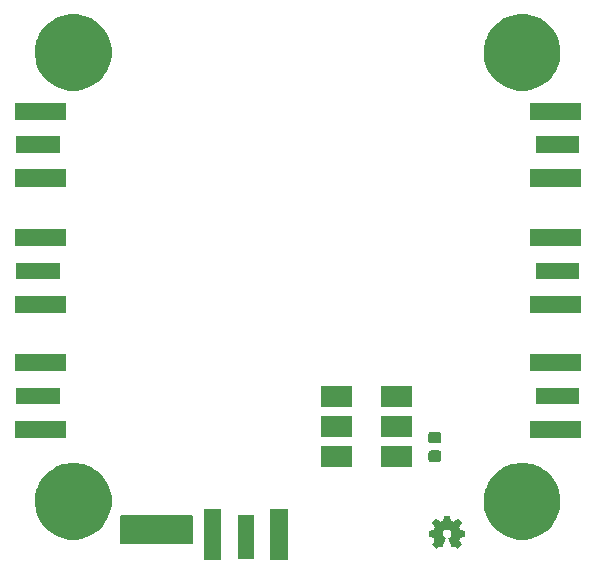
<source format=gts>
G04 #@! TF.GenerationSoftware,KiCad,Pcbnew,(5.0.2)-1*
G04 #@! TF.CreationDate,2019-01-19T10:46:15+11:00*
G04 #@! TF.ProjectId,ADC-15-4_Dev_Rev_1,4144432d-3135-42d3-945f-4465765f5265,1*
G04 #@! TF.SameCoordinates,Original*
G04 #@! TF.FileFunction,Soldermask,Top*
G04 #@! TF.FilePolarity,Negative*
%FSLAX46Y46*%
G04 Gerber Fmt 4.6, Leading zero omitted, Abs format (unit mm)*
G04 Created by KiCad (PCBNEW (5.0.2)-1) date 19/01/2019 10:46:15*
%MOMM*%
%LPD*%
G01*
G04 APERTURE LIST*
%ADD10C,0.010000*%
%ADD11C,0.150000*%
%ADD12C,0.100000*%
G04 APERTURE END LIST*
D10*
G04 #@! TO.C,G\002A\002A\002A*
G36*
X233646025Y-99213358D02*
X233687086Y-99213668D01*
X233723939Y-99214144D01*
X233755448Y-99214763D01*
X233780478Y-99215502D01*
X233797893Y-99216337D01*
X233806557Y-99217244D01*
X233807210Y-99217471D01*
X233809787Y-99223471D01*
X233813922Y-99238787D01*
X233819466Y-99262721D01*
X233826268Y-99294573D01*
X233834179Y-99333644D01*
X233843047Y-99379237D01*
X233850901Y-99420850D01*
X233859151Y-99464601D01*
X233867001Y-99505265D01*
X233874225Y-99541748D01*
X233880599Y-99572957D01*
X233885898Y-99597798D01*
X233889897Y-99615177D01*
X233892372Y-99624000D01*
X233892802Y-99624834D01*
X233899048Y-99628371D01*
X233913151Y-99634916D01*
X233933676Y-99643889D01*
X233959190Y-99654710D01*
X233988258Y-99666800D01*
X234019446Y-99679578D01*
X234051320Y-99692466D01*
X234082447Y-99704882D01*
X234111392Y-99716248D01*
X234136721Y-99725983D01*
X234156999Y-99733508D01*
X234170794Y-99738242D01*
X234176671Y-99739607D01*
X234176678Y-99739605D01*
X234181988Y-99736333D01*
X234194724Y-99727928D01*
X234213948Y-99715025D01*
X234238724Y-99698257D01*
X234268114Y-99678260D01*
X234301180Y-99655669D01*
X234336986Y-99631119D01*
X234345656Y-99625162D01*
X234382085Y-99600277D01*
X234416148Y-99577306D01*
X234446886Y-99556874D01*
X234473339Y-99539606D01*
X234494549Y-99526126D01*
X234509556Y-99517059D01*
X234517401Y-99513028D01*
X234518086Y-99512879D01*
X234523807Y-99516391D01*
X234535602Y-99526292D01*
X234552520Y-99541632D01*
X234573609Y-99561458D01*
X234597919Y-99584820D01*
X234624500Y-99610767D01*
X234652400Y-99638347D01*
X234680669Y-99666609D01*
X234708355Y-99694603D01*
X234734508Y-99721376D01*
X234758178Y-99745978D01*
X234778412Y-99767458D01*
X234794261Y-99784864D01*
X234804774Y-99797246D01*
X234808999Y-99803651D01*
X234809040Y-99803938D01*
X234806243Y-99810058D01*
X234798279Y-99823530D01*
X234785789Y-99843372D01*
X234769410Y-99868598D01*
X234749783Y-99898226D01*
X234727547Y-99931269D01*
X234703341Y-99966745D01*
X234701788Y-99969005D01*
X234677294Y-100004726D01*
X234654499Y-100038139D01*
X234634080Y-100068244D01*
X234616708Y-100094038D01*
X234603060Y-100114521D01*
X234593807Y-100128692D01*
X234589626Y-100135550D01*
X234589568Y-100135670D01*
X234588784Y-100140391D01*
X234589912Y-100148231D01*
X234593299Y-100160143D01*
X234599292Y-100177084D01*
X234608241Y-100200007D01*
X234620491Y-100229867D01*
X234636390Y-100267619D01*
X234644749Y-100287252D01*
X234661018Y-100324852D01*
X234676011Y-100358510D01*
X234689231Y-100387168D01*
X234700175Y-100409772D01*
X234708346Y-100425265D01*
X234713243Y-100432592D01*
X234713710Y-100432948D01*
X234720560Y-100434928D01*
X234736248Y-100438502D01*
X234759616Y-100443434D01*
X234789508Y-100449491D01*
X234824767Y-100456439D01*
X234864236Y-100464044D01*
X234906757Y-100472071D01*
X234911409Y-100472940D01*
X234960146Y-100482180D01*
X235003053Y-100490621D01*
X235039390Y-100498102D01*
X235068418Y-100504463D01*
X235089397Y-100509544D01*
X235101585Y-100513184D01*
X235104451Y-100514714D01*
X235105372Y-100521096D01*
X235106225Y-100536503D01*
X235106989Y-100559798D01*
X235107638Y-100589847D01*
X235108151Y-100625514D01*
X235108503Y-100665663D01*
X235108671Y-100709159D01*
X235108682Y-100720027D01*
X235108649Y-100771548D01*
X235108486Y-100813801D01*
X235108162Y-100847680D01*
X235107647Y-100874077D01*
X235106908Y-100893884D01*
X235105916Y-100907996D01*
X235104639Y-100917303D01*
X235103046Y-100922699D01*
X235101595Y-100924741D01*
X235095095Y-100926999D01*
X235079763Y-100930799D01*
X235056765Y-100935898D01*
X235027271Y-100942050D01*
X234992450Y-100949013D01*
X234953470Y-100956543D01*
X234912365Y-100964236D01*
X234866210Y-100972897D01*
X234824798Y-100980981D01*
X234789062Y-100988286D01*
X234759937Y-100994611D01*
X234738354Y-100999758D01*
X234725249Y-101003525D01*
X234721726Y-101005133D01*
X234717704Y-101011585D01*
X234710714Y-101025987D01*
X234701314Y-101046948D01*
X234690063Y-101073082D01*
X234677519Y-101103000D01*
X234664240Y-101135313D01*
X234650785Y-101168634D01*
X234637712Y-101201575D01*
X234625580Y-101232747D01*
X234614946Y-101260763D01*
X234606369Y-101284233D01*
X234600408Y-101301771D01*
X234597620Y-101311987D01*
X234597556Y-101313842D01*
X234600901Y-101319358D01*
X234609348Y-101332262D01*
X234622236Y-101351573D01*
X234638906Y-101376312D01*
X234658697Y-101405498D01*
X234680948Y-101438151D01*
X234704512Y-101472582D01*
X234728487Y-101507797D01*
X234750526Y-101540662D01*
X234769982Y-101570174D01*
X234786209Y-101595331D01*
X234798558Y-101615130D01*
X234806383Y-101628568D01*
X234809040Y-101634588D01*
X234805537Y-101640258D01*
X234795662Y-101652017D01*
X234780363Y-101668914D01*
X234760590Y-101689997D01*
X234737290Y-101714314D01*
X234711414Y-101740912D01*
X234683908Y-101768838D01*
X234655723Y-101797142D01*
X234627807Y-101824870D01*
X234601109Y-101851071D01*
X234576578Y-101874792D01*
X234555162Y-101895081D01*
X234537810Y-101910985D01*
X234525471Y-101921554D01*
X234519094Y-101925834D01*
X234518792Y-101925880D01*
X234512917Y-101923089D01*
X234499690Y-101915148D01*
X234480102Y-101902705D01*
X234455147Y-101886406D01*
X234425814Y-101866900D01*
X234393098Y-101844834D01*
X234359274Y-101821740D01*
X234324192Y-101797807D01*
X234291493Y-101775813D01*
X234262179Y-101756405D01*
X234237247Y-101740232D01*
X234217696Y-101727942D01*
X234204527Y-101720183D01*
X234198812Y-101717600D01*
X234191386Y-101719920D01*
X234176894Y-101726305D01*
X234157157Y-101735890D01*
X234133991Y-101747810D01*
X234123350Y-101753481D01*
X234097800Y-101766747D01*
X234075514Y-101777375D01*
X234058172Y-101784622D01*
X234047456Y-101787744D01*
X234045823Y-101787771D01*
X234043235Y-101786377D01*
X234039874Y-101782452D01*
X234035467Y-101775381D01*
X234029738Y-101764547D01*
X234022414Y-101749334D01*
X234013220Y-101729125D01*
X234001884Y-101703305D01*
X233988129Y-101671257D01*
X233971684Y-101632365D01*
X233952272Y-101586012D01*
X233929620Y-101531582D01*
X233903454Y-101468459D01*
X233898860Y-101457359D01*
X233876257Y-101402528D01*
X233854911Y-101350342D01*
X233835128Y-101301575D01*
X233817213Y-101256998D01*
X233801473Y-101217386D01*
X233788212Y-101183510D01*
X233777736Y-101156143D01*
X233770352Y-101136060D01*
X233766364Y-101124031D01*
X233765760Y-101120809D01*
X233770949Y-101114897D01*
X233782723Y-101104827D01*
X233799234Y-101092102D01*
X233815173Y-101080629D01*
X233857327Y-101049570D01*
X233891753Y-101020231D01*
X233920203Y-100990682D01*
X233944432Y-100958997D01*
X233966194Y-100923247D01*
X233976863Y-100902918D01*
X234000756Y-100844488D01*
X234015076Y-100784158D01*
X234019979Y-100722953D01*
X234015623Y-100661898D01*
X234002163Y-100602019D01*
X233979756Y-100544342D01*
X233948559Y-100489891D01*
X233908727Y-100439692D01*
X233905664Y-100436411D01*
X233858017Y-100392833D01*
X233804808Y-100357422D01*
X233745354Y-100329755D01*
X233716660Y-100319807D01*
X233699933Y-100314974D01*
X233684165Y-100311632D01*
X233666854Y-100309519D01*
X233645497Y-100308373D01*
X233617593Y-100307935D01*
X233602540Y-100307900D01*
X233570915Y-100308110D01*
X233546936Y-100308916D01*
X233528093Y-100310578D01*
X233511877Y-100313357D01*
X233495778Y-100317516D01*
X233488240Y-100319802D01*
X233426246Y-100344205D01*
X233369961Y-100376690D01*
X233319969Y-100416763D01*
X233276854Y-100463933D01*
X233241201Y-100517707D01*
X233231329Y-100536500D01*
X233210756Y-100583357D01*
X233197234Y-100627726D01*
X233189860Y-100673443D01*
X233187727Y-100721920D01*
X233192586Y-100786989D01*
X233206992Y-100849065D01*
X233230688Y-100907510D01*
X233263416Y-100961687D01*
X233303955Y-101009975D01*
X233322140Y-101026971D01*
X233345762Y-101046791D01*
X233371748Y-101067052D01*
X233397023Y-101085368D01*
X233418514Y-101099354D01*
X233421139Y-101100883D01*
X233432832Y-101109785D01*
X233439872Y-101119264D01*
X233440325Y-101120648D01*
X233438872Y-101127322D01*
X233433641Y-101142833D01*
X233424832Y-101166671D01*
X233412647Y-101198326D01*
X233397287Y-101237287D01*
X233378953Y-101283043D01*
X233357846Y-101335085D01*
X233334166Y-101392901D01*
X233310728Y-101449679D01*
X233288300Y-101503781D01*
X233266914Y-101555286D01*
X233246903Y-101603399D01*
X233228599Y-101647325D01*
X233212334Y-101686268D01*
X233198442Y-101719433D01*
X233187253Y-101746026D01*
X233179102Y-101765249D01*
X233174319Y-101776309D01*
X233173253Y-101778609D01*
X233165020Y-101786716D01*
X233158211Y-101788720D01*
X233150498Y-101786394D01*
X233135745Y-101779995D01*
X233115790Y-101770387D01*
X233092470Y-101758437D01*
X233081642Y-101752672D01*
X233051834Y-101737192D01*
X233028316Y-101726189D01*
X233011875Y-101720007D01*
X233003822Y-101718837D01*
X232996680Y-101722269D01*
X232982538Y-101730700D01*
X232962709Y-101743286D01*
X232938506Y-101759184D01*
X232911241Y-101777551D01*
X232893880Y-101789461D01*
X232846962Y-101821822D01*
X232807682Y-101848815D01*
X232775352Y-101870892D01*
X232749281Y-101888506D01*
X232728781Y-101902109D01*
X232713163Y-101912155D01*
X232701739Y-101919097D01*
X232693819Y-101923388D01*
X232688714Y-101925480D01*
X232686387Y-101925880D01*
X232681121Y-101922399D01*
X232669535Y-101912478D01*
X232652460Y-101896897D01*
X232630721Y-101876437D01*
X232605148Y-101851880D01*
X232576568Y-101824006D01*
X232545809Y-101793597D01*
X232539731Y-101787541D01*
X232508736Y-101756470D01*
X232480010Y-101727382D01*
X232454357Y-101701112D01*
X232432577Y-101678494D01*
X232415473Y-101660363D01*
X232403847Y-101647552D01*
X232398501Y-101640896D01*
X232398266Y-101640413D01*
X232397367Y-101637436D01*
X232397052Y-101634393D01*
X232397835Y-101630460D01*
X232400226Y-101624812D01*
X232404737Y-101616624D01*
X232411879Y-101605072D01*
X232422165Y-101589330D01*
X232436105Y-101568575D01*
X232454212Y-101541980D01*
X232476996Y-101508721D01*
X232504969Y-101467973D01*
X232507515Y-101464266D01*
X232531161Y-101429625D01*
X232552865Y-101397438D01*
X232571973Y-101368706D01*
X232587831Y-101344428D01*
X232599785Y-101325605D01*
X232607181Y-101313237D01*
X232609400Y-101308469D01*
X232607571Y-101302070D01*
X232602390Y-101287455D01*
X232594314Y-101265826D01*
X232583802Y-101238385D01*
X232571312Y-101206333D01*
X232557300Y-101170874D01*
X232550294Y-101153307D01*
X232532557Y-101109314D01*
X232518005Y-101074051D01*
X232506276Y-101046727D01*
X232497006Y-101026551D01*
X232489833Y-101012734D01*
X232484394Y-101004485D01*
X232480444Y-101001059D01*
X232473085Y-100999121D01*
X232456936Y-100995609D01*
X232433202Y-100990762D01*
X232403091Y-100984819D01*
X232367809Y-100978018D01*
X232328562Y-100970597D01*
X232289921Y-100963414D01*
X232248281Y-100955616D01*
X232209669Y-100948154D01*
X232175261Y-100941273D01*
X232146230Y-100935217D01*
X232123751Y-100930232D01*
X232108998Y-100926560D01*
X232103231Y-100924531D01*
X232101433Y-100921360D01*
X232099961Y-100914541D01*
X232098785Y-100903211D01*
X232097877Y-100886509D01*
X232097207Y-100863571D01*
X232096746Y-100833536D01*
X232096465Y-100795541D01*
X232096336Y-100748724D01*
X232096320Y-100718875D01*
X232096320Y-100518954D01*
X232107750Y-100511902D01*
X232115237Y-100509400D01*
X232131536Y-100505372D01*
X232155455Y-100500066D01*
X232185802Y-100493732D01*
X232221384Y-100486617D01*
X232261009Y-100478971D01*
X232303486Y-100471042D01*
X232304600Y-100470838D01*
X232346876Y-100462950D01*
X232386108Y-100455374D01*
X232421145Y-100448352D01*
X232450836Y-100442126D01*
X232474030Y-100436937D01*
X232489576Y-100433026D01*
X232496323Y-100430637D01*
X232496405Y-100430566D01*
X232500090Y-100424301D01*
X232507022Y-100410106D01*
X232516577Y-100389428D01*
X232528134Y-100363713D01*
X232541070Y-100334406D01*
X232554763Y-100302954D01*
X232568591Y-100270802D01*
X232581931Y-100239397D01*
X232594161Y-100210185D01*
X232604659Y-100184611D01*
X232612803Y-100164123D01*
X232617969Y-100150165D01*
X232619560Y-100144394D01*
X232616767Y-100138575D01*
X232608811Y-100125372D01*
X232596319Y-100105749D01*
X232579924Y-100080667D01*
X232560254Y-100051089D01*
X232537939Y-100017976D01*
X232513611Y-99982293D01*
X232509742Y-99976655D01*
X232485048Y-99940538D01*
X232462155Y-99906750D01*
X232441713Y-99876274D01*
X232424371Y-99850088D01*
X232410778Y-99829175D01*
X232401583Y-99814516D01*
X232397434Y-99807090D01*
X232397293Y-99806684D01*
X232398054Y-99802579D01*
X232402214Y-99795668D01*
X232410317Y-99785355D01*
X232422905Y-99771048D01*
X232440521Y-99752154D01*
X232463708Y-99728078D01*
X232493008Y-99698226D01*
X232528964Y-99662005D01*
X232536199Y-99654749D01*
X232572218Y-99618889D01*
X232604356Y-99587378D01*
X232632068Y-99560731D01*
X232654806Y-99539461D01*
X232672023Y-99524081D01*
X232683174Y-99515105D01*
X232687325Y-99512880D01*
X232693560Y-99515672D01*
X232707156Y-99523627D01*
X232727133Y-99536110D01*
X232752508Y-99552487D01*
X232782300Y-99572122D01*
X232815526Y-99594382D01*
X232851205Y-99618631D01*
X232855086Y-99621289D01*
X232891100Y-99645928D01*
X232924822Y-99668914D01*
X232955253Y-99689573D01*
X232981395Y-99707230D01*
X233002248Y-99721211D01*
X233016815Y-99730841D01*
X233024096Y-99735446D01*
X233024352Y-99735587D01*
X233028805Y-99736941D01*
X233035339Y-99736744D01*
X233045059Y-99734631D01*
X233059068Y-99730234D01*
X233078471Y-99723187D01*
X233104373Y-99713124D01*
X233137877Y-99699677D01*
X233161512Y-99690068D01*
X233203366Y-99672981D01*
X233236788Y-99659243D01*
X233262760Y-99648382D01*
X233282264Y-99639926D01*
X233296281Y-99633403D01*
X233305795Y-99628340D01*
X233311786Y-99624266D01*
X233315236Y-99620708D01*
X233317128Y-99617193D01*
X233317945Y-99614840D01*
X233319560Y-99607736D01*
X233322793Y-99591805D01*
X233327420Y-99568215D01*
X233333216Y-99538129D01*
X233339958Y-99502714D01*
X233347420Y-99463135D01*
X233355378Y-99420558D01*
X233356195Y-99416168D01*
X233364252Y-99373481D01*
X233371968Y-99333799D01*
X233379104Y-99298266D01*
X233385420Y-99268028D01*
X233390676Y-99244228D01*
X233394633Y-99228012D01*
X233397050Y-99220524D01*
X233397212Y-99220283D01*
X233400242Y-99218437D01*
X233406563Y-99216928D01*
X233417063Y-99215727D01*
X233432633Y-99214801D01*
X233454159Y-99214121D01*
X233482532Y-99213657D01*
X233518639Y-99213376D01*
X233563370Y-99213250D01*
X233601892Y-99213237D01*
X233646025Y-99213358D01*
X233646025Y-99213358D01*
G37*
X233646025Y-99213358D02*
X233687086Y-99213668D01*
X233723939Y-99214144D01*
X233755448Y-99214763D01*
X233780478Y-99215502D01*
X233797893Y-99216337D01*
X233806557Y-99217244D01*
X233807210Y-99217471D01*
X233809787Y-99223471D01*
X233813922Y-99238787D01*
X233819466Y-99262721D01*
X233826268Y-99294573D01*
X233834179Y-99333644D01*
X233843047Y-99379237D01*
X233850901Y-99420850D01*
X233859151Y-99464601D01*
X233867001Y-99505265D01*
X233874225Y-99541748D01*
X233880599Y-99572957D01*
X233885898Y-99597798D01*
X233889897Y-99615177D01*
X233892372Y-99624000D01*
X233892802Y-99624834D01*
X233899048Y-99628371D01*
X233913151Y-99634916D01*
X233933676Y-99643889D01*
X233959190Y-99654710D01*
X233988258Y-99666800D01*
X234019446Y-99679578D01*
X234051320Y-99692466D01*
X234082447Y-99704882D01*
X234111392Y-99716248D01*
X234136721Y-99725983D01*
X234156999Y-99733508D01*
X234170794Y-99738242D01*
X234176671Y-99739607D01*
X234176678Y-99739605D01*
X234181988Y-99736333D01*
X234194724Y-99727928D01*
X234213948Y-99715025D01*
X234238724Y-99698257D01*
X234268114Y-99678260D01*
X234301180Y-99655669D01*
X234336986Y-99631119D01*
X234345656Y-99625162D01*
X234382085Y-99600277D01*
X234416148Y-99577306D01*
X234446886Y-99556874D01*
X234473339Y-99539606D01*
X234494549Y-99526126D01*
X234509556Y-99517059D01*
X234517401Y-99513028D01*
X234518086Y-99512879D01*
X234523807Y-99516391D01*
X234535602Y-99526292D01*
X234552520Y-99541632D01*
X234573609Y-99561458D01*
X234597919Y-99584820D01*
X234624500Y-99610767D01*
X234652400Y-99638347D01*
X234680669Y-99666609D01*
X234708355Y-99694603D01*
X234734508Y-99721376D01*
X234758178Y-99745978D01*
X234778412Y-99767458D01*
X234794261Y-99784864D01*
X234804774Y-99797246D01*
X234808999Y-99803651D01*
X234809040Y-99803938D01*
X234806243Y-99810058D01*
X234798279Y-99823530D01*
X234785789Y-99843372D01*
X234769410Y-99868598D01*
X234749783Y-99898226D01*
X234727547Y-99931269D01*
X234703341Y-99966745D01*
X234701788Y-99969005D01*
X234677294Y-100004726D01*
X234654499Y-100038139D01*
X234634080Y-100068244D01*
X234616708Y-100094038D01*
X234603060Y-100114521D01*
X234593807Y-100128692D01*
X234589626Y-100135550D01*
X234589568Y-100135670D01*
X234588784Y-100140391D01*
X234589912Y-100148231D01*
X234593299Y-100160143D01*
X234599292Y-100177084D01*
X234608241Y-100200007D01*
X234620491Y-100229867D01*
X234636390Y-100267619D01*
X234644749Y-100287252D01*
X234661018Y-100324852D01*
X234676011Y-100358510D01*
X234689231Y-100387168D01*
X234700175Y-100409772D01*
X234708346Y-100425265D01*
X234713243Y-100432592D01*
X234713710Y-100432948D01*
X234720560Y-100434928D01*
X234736248Y-100438502D01*
X234759616Y-100443434D01*
X234789508Y-100449491D01*
X234824767Y-100456439D01*
X234864236Y-100464044D01*
X234906757Y-100472071D01*
X234911409Y-100472940D01*
X234960146Y-100482180D01*
X235003053Y-100490621D01*
X235039390Y-100498102D01*
X235068418Y-100504463D01*
X235089397Y-100509544D01*
X235101585Y-100513184D01*
X235104451Y-100514714D01*
X235105372Y-100521096D01*
X235106225Y-100536503D01*
X235106989Y-100559798D01*
X235107638Y-100589847D01*
X235108151Y-100625514D01*
X235108503Y-100665663D01*
X235108671Y-100709159D01*
X235108682Y-100720027D01*
X235108649Y-100771548D01*
X235108486Y-100813801D01*
X235108162Y-100847680D01*
X235107647Y-100874077D01*
X235106908Y-100893884D01*
X235105916Y-100907996D01*
X235104639Y-100917303D01*
X235103046Y-100922699D01*
X235101595Y-100924741D01*
X235095095Y-100926999D01*
X235079763Y-100930799D01*
X235056765Y-100935898D01*
X235027271Y-100942050D01*
X234992450Y-100949013D01*
X234953470Y-100956543D01*
X234912365Y-100964236D01*
X234866210Y-100972897D01*
X234824798Y-100980981D01*
X234789062Y-100988286D01*
X234759937Y-100994611D01*
X234738354Y-100999758D01*
X234725249Y-101003525D01*
X234721726Y-101005133D01*
X234717704Y-101011585D01*
X234710714Y-101025987D01*
X234701314Y-101046948D01*
X234690063Y-101073082D01*
X234677519Y-101103000D01*
X234664240Y-101135313D01*
X234650785Y-101168634D01*
X234637712Y-101201575D01*
X234625580Y-101232747D01*
X234614946Y-101260763D01*
X234606369Y-101284233D01*
X234600408Y-101301771D01*
X234597620Y-101311987D01*
X234597556Y-101313842D01*
X234600901Y-101319358D01*
X234609348Y-101332262D01*
X234622236Y-101351573D01*
X234638906Y-101376312D01*
X234658697Y-101405498D01*
X234680948Y-101438151D01*
X234704512Y-101472582D01*
X234728487Y-101507797D01*
X234750526Y-101540662D01*
X234769982Y-101570174D01*
X234786209Y-101595331D01*
X234798558Y-101615130D01*
X234806383Y-101628568D01*
X234809040Y-101634588D01*
X234805537Y-101640258D01*
X234795662Y-101652017D01*
X234780363Y-101668914D01*
X234760590Y-101689997D01*
X234737290Y-101714314D01*
X234711414Y-101740912D01*
X234683908Y-101768838D01*
X234655723Y-101797142D01*
X234627807Y-101824870D01*
X234601109Y-101851071D01*
X234576578Y-101874792D01*
X234555162Y-101895081D01*
X234537810Y-101910985D01*
X234525471Y-101921554D01*
X234519094Y-101925834D01*
X234518792Y-101925880D01*
X234512917Y-101923089D01*
X234499690Y-101915148D01*
X234480102Y-101902705D01*
X234455147Y-101886406D01*
X234425814Y-101866900D01*
X234393098Y-101844834D01*
X234359274Y-101821740D01*
X234324192Y-101797807D01*
X234291493Y-101775813D01*
X234262179Y-101756405D01*
X234237247Y-101740232D01*
X234217696Y-101727942D01*
X234204527Y-101720183D01*
X234198812Y-101717600D01*
X234191386Y-101719920D01*
X234176894Y-101726305D01*
X234157157Y-101735890D01*
X234133991Y-101747810D01*
X234123350Y-101753481D01*
X234097800Y-101766747D01*
X234075514Y-101777375D01*
X234058172Y-101784622D01*
X234047456Y-101787744D01*
X234045823Y-101787771D01*
X234043235Y-101786377D01*
X234039874Y-101782452D01*
X234035467Y-101775381D01*
X234029738Y-101764547D01*
X234022414Y-101749334D01*
X234013220Y-101729125D01*
X234001884Y-101703305D01*
X233988129Y-101671257D01*
X233971684Y-101632365D01*
X233952272Y-101586012D01*
X233929620Y-101531582D01*
X233903454Y-101468459D01*
X233898860Y-101457359D01*
X233876257Y-101402528D01*
X233854911Y-101350342D01*
X233835128Y-101301575D01*
X233817213Y-101256998D01*
X233801473Y-101217386D01*
X233788212Y-101183510D01*
X233777736Y-101156143D01*
X233770352Y-101136060D01*
X233766364Y-101124031D01*
X233765760Y-101120809D01*
X233770949Y-101114897D01*
X233782723Y-101104827D01*
X233799234Y-101092102D01*
X233815173Y-101080629D01*
X233857327Y-101049570D01*
X233891753Y-101020231D01*
X233920203Y-100990682D01*
X233944432Y-100958997D01*
X233966194Y-100923247D01*
X233976863Y-100902918D01*
X234000756Y-100844488D01*
X234015076Y-100784158D01*
X234019979Y-100722953D01*
X234015623Y-100661898D01*
X234002163Y-100602019D01*
X233979756Y-100544342D01*
X233948559Y-100489891D01*
X233908727Y-100439692D01*
X233905664Y-100436411D01*
X233858017Y-100392833D01*
X233804808Y-100357422D01*
X233745354Y-100329755D01*
X233716660Y-100319807D01*
X233699933Y-100314974D01*
X233684165Y-100311632D01*
X233666854Y-100309519D01*
X233645497Y-100308373D01*
X233617593Y-100307935D01*
X233602540Y-100307900D01*
X233570915Y-100308110D01*
X233546936Y-100308916D01*
X233528093Y-100310578D01*
X233511877Y-100313357D01*
X233495778Y-100317516D01*
X233488240Y-100319802D01*
X233426246Y-100344205D01*
X233369961Y-100376690D01*
X233319969Y-100416763D01*
X233276854Y-100463933D01*
X233241201Y-100517707D01*
X233231329Y-100536500D01*
X233210756Y-100583357D01*
X233197234Y-100627726D01*
X233189860Y-100673443D01*
X233187727Y-100721920D01*
X233192586Y-100786989D01*
X233206992Y-100849065D01*
X233230688Y-100907510D01*
X233263416Y-100961687D01*
X233303955Y-101009975D01*
X233322140Y-101026971D01*
X233345762Y-101046791D01*
X233371748Y-101067052D01*
X233397023Y-101085368D01*
X233418514Y-101099354D01*
X233421139Y-101100883D01*
X233432832Y-101109785D01*
X233439872Y-101119264D01*
X233440325Y-101120648D01*
X233438872Y-101127322D01*
X233433641Y-101142833D01*
X233424832Y-101166671D01*
X233412647Y-101198326D01*
X233397287Y-101237287D01*
X233378953Y-101283043D01*
X233357846Y-101335085D01*
X233334166Y-101392901D01*
X233310728Y-101449679D01*
X233288300Y-101503781D01*
X233266914Y-101555286D01*
X233246903Y-101603399D01*
X233228599Y-101647325D01*
X233212334Y-101686268D01*
X233198442Y-101719433D01*
X233187253Y-101746026D01*
X233179102Y-101765249D01*
X233174319Y-101776309D01*
X233173253Y-101778609D01*
X233165020Y-101786716D01*
X233158211Y-101788720D01*
X233150498Y-101786394D01*
X233135745Y-101779995D01*
X233115790Y-101770387D01*
X233092470Y-101758437D01*
X233081642Y-101752672D01*
X233051834Y-101737192D01*
X233028316Y-101726189D01*
X233011875Y-101720007D01*
X233003822Y-101718837D01*
X232996680Y-101722269D01*
X232982538Y-101730700D01*
X232962709Y-101743286D01*
X232938506Y-101759184D01*
X232911241Y-101777551D01*
X232893880Y-101789461D01*
X232846962Y-101821822D01*
X232807682Y-101848815D01*
X232775352Y-101870892D01*
X232749281Y-101888506D01*
X232728781Y-101902109D01*
X232713163Y-101912155D01*
X232701739Y-101919097D01*
X232693819Y-101923388D01*
X232688714Y-101925480D01*
X232686387Y-101925880D01*
X232681121Y-101922399D01*
X232669535Y-101912478D01*
X232652460Y-101896897D01*
X232630721Y-101876437D01*
X232605148Y-101851880D01*
X232576568Y-101824006D01*
X232545809Y-101793597D01*
X232539731Y-101787541D01*
X232508736Y-101756470D01*
X232480010Y-101727382D01*
X232454357Y-101701112D01*
X232432577Y-101678494D01*
X232415473Y-101660363D01*
X232403847Y-101647552D01*
X232398501Y-101640896D01*
X232398266Y-101640413D01*
X232397367Y-101637436D01*
X232397052Y-101634393D01*
X232397835Y-101630460D01*
X232400226Y-101624812D01*
X232404737Y-101616624D01*
X232411879Y-101605072D01*
X232422165Y-101589330D01*
X232436105Y-101568575D01*
X232454212Y-101541980D01*
X232476996Y-101508721D01*
X232504969Y-101467973D01*
X232507515Y-101464266D01*
X232531161Y-101429625D01*
X232552865Y-101397438D01*
X232571973Y-101368706D01*
X232587831Y-101344428D01*
X232599785Y-101325605D01*
X232607181Y-101313237D01*
X232609400Y-101308469D01*
X232607571Y-101302070D01*
X232602390Y-101287455D01*
X232594314Y-101265826D01*
X232583802Y-101238385D01*
X232571312Y-101206333D01*
X232557300Y-101170874D01*
X232550294Y-101153307D01*
X232532557Y-101109314D01*
X232518005Y-101074051D01*
X232506276Y-101046727D01*
X232497006Y-101026551D01*
X232489833Y-101012734D01*
X232484394Y-101004485D01*
X232480444Y-101001059D01*
X232473085Y-100999121D01*
X232456936Y-100995609D01*
X232433202Y-100990762D01*
X232403091Y-100984819D01*
X232367809Y-100978018D01*
X232328562Y-100970597D01*
X232289921Y-100963414D01*
X232248281Y-100955616D01*
X232209669Y-100948154D01*
X232175261Y-100941273D01*
X232146230Y-100935217D01*
X232123751Y-100930232D01*
X232108998Y-100926560D01*
X232103231Y-100924531D01*
X232101433Y-100921360D01*
X232099961Y-100914541D01*
X232098785Y-100903211D01*
X232097877Y-100886509D01*
X232097207Y-100863571D01*
X232096746Y-100833536D01*
X232096465Y-100795541D01*
X232096336Y-100748724D01*
X232096320Y-100718875D01*
X232096320Y-100518954D01*
X232107750Y-100511902D01*
X232115237Y-100509400D01*
X232131536Y-100505372D01*
X232155455Y-100500066D01*
X232185802Y-100493732D01*
X232221384Y-100486617D01*
X232261009Y-100478971D01*
X232303486Y-100471042D01*
X232304600Y-100470838D01*
X232346876Y-100462950D01*
X232386108Y-100455374D01*
X232421145Y-100448352D01*
X232450836Y-100442126D01*
X232474030Y-100436937D01*
X232489576Y-100433026D01*
X232496323Y-100430637D01*
X232496405Y-100430566D01*
X232500090Y-100424301D01*
X232507022Y-100410106D01*
X232516577Y-100389428D01*
X232528134Y-100363713D01*
X232541070Y-100334406D01*
X232554763Y-100302954D01*
X232568591Y-100270802D01*
X232581931Y-100239397D01*
X232594161Y-100210185D01*
X232604659Y-100184611D01*
X232612803Y-100164123D01*
X232617969Y-100150165D01*
X232619560Y-100144394D01*
X232616767Y-100138575D01*
X232608811Y-100125372D01*
X232596319Y-100105749D01*
X232579924Y-100080667D01*
X232560254Y-100051089D01*
X232537939Y-100017976D01*
X232513611Y-99982293D01*
X232509742Y-99976655D01*
X232485048Y-99940538D01*
X232462155Y-99906750D01*
X232441713Y-99876274D01*
X232424371Y-99850088D01*
X232410778Y-99829175D01*
X232401583Y-99814516D01*
X232397434Y-99807090D01*
X232397293Y-99806684D01*
X232398054Y-99802579D01*
X232402214Y-99795668D01*
X232410317Y-99785355D01*
X232422905Y-99771048D01*
X232440521Y-99752154D01*
X232463708Y-99728078D01*
X232493008Y-99698226D01*
X232528964Y-99662005D01*
X232536199Y-99654749D01*
X232572218Y-99618889D01*
X232604356Y-99587378D01*
X232632068Y-99560731D01*
X232654806Y-99539461D01*
X232672023Y-99524081D01*
X232683174Y-99515105D01*
X232687325Y-99512880D01*
X232693560Y-99515672D01*
X232707156Y-99523627D01*
X232727133Y-99536110D01*
X232752508Y-99552487D01*
X232782300Y-99572122D01*
X232815526Y-99594382D01*
X232851205Y-99618631D01*
X232855086Y-99621289D01*
X232891100Y-99645928D01*
X232924822Y-99668914D01*
X232955253Y-99689573D01*
X232981395Y-99707230D01*
X233002248Y-99721211D01*
X233016815Y-99730841D01*
X233024096Y-99735446D01*
X233024352Y-99735587D01*
X233028805Y-99736941D01*
X233035339Y-99736744D01*
X233045059Y-99734631D01*
X233059068Y-99730234D01*
X233078471Y-99723187D01*
X233104373Y-99713124D01*
X233137877Y-99699677D01*
X233161512Y-99690068D01*
X233203366Y-99672981D01*
X233236788Y-99659243D01*
X233262760Y-99648382D01*
X233282264Y-99639926D01*
X233296281Y-99633403D01*
X233305795Y-99628340D01*
X233311786Y-99624266D01*
X233315236Y-99620708D01*
X233317128Y-99617193D01*
X233317945Y-99614840D01*
X233319560Y-99607736D01*
X233322793Y-99591805D01*
X233327420Y-99568215D01*
X233333216Y-99538129D01*
X233339958Y-99502714D01*
X233347420Y-99463135D01*
X233355378Y-99420558D01*
X233356195Y-99416168D01*
X233364252Y-99373481D01*
X233371968Y-99333799D01*
X233379104Y-99298266D01*
X233385420Y-99268028D01*
X233390676Y-99244228D01*
X233394633Y-99228012D01*
X233397050Y-99220524D01*
X233397212Y-99220283D01*
X233400242Y-99218437D01*
X233406563Y-99216928D01*
X233417063Y-99215727D01*
X233432633Y-99214801D01*
X233454159Y-99214121D01*
X233482532Y-99213657D01*
X233518639Y-99213376D01*
X233563370Y-99213250D01*
X233601892Y-99213237D01*
X233646025Y-99213358D01*
D11*
G04 #@! TO.C,REF\002A\002A*
G36*
X206050000Y-99250000D02*
X212050000Y-99250000D01*
X212050000Y-101500000D01*
X206050000Y-101500000D01*
X206050000Y-99250000D01*
G37*
X206050000Y-99250000D02*
X212050000Y-99250000D01*
X212050000Y-101500000D01*
X206050000Y-101500000D01*
X206050000Y-99250000D01*
D12*
G36*
X220151000Y-102951000D02*
X218699000Y-102951000D01*
X218699000Y-98649000D01*
X220151000Y-98649000D01*
X220151000Y-102951000D01*
X220151000Y-102951000D01*
G37*
G36*
X214501000Y-102951000D02*
X213049000Y-102951000D01*
X213049000Y-98649000D01*
X214501000Y-98649000D01*
X214501000Y-102951000D01*
X214501000Y-102951000D01*
G37*
G36*
X217286000Y-102851000D02*
X215914000Y-102851000D01*
X215914000Y-99149000D01*
X217286000Y-99149000D01*
X217286000Y-102851000D01*
X217286000Y-102851000D01*
G37*
G36*
X202634239Y-94811467D02*
X202948282Y-94873934D01*
X203539926Y-95119001D01*
X203829523Y-95312504D01*
X204072395Y-95474786D01*
X204525214Y-95927605D01*
X204525216Y-95927608D01*
X204880999Y-96460074D01*
X205002724Y-96753944D01*
X205126066Y-97051719D01*
X205251000Y-97679803D01*
X205251000Y-98320197D01*
X205188533Y-98634239D01*
X205126066Y-98948282D01*
X204880999Y-99539926D01*
X204633265Y-99910685D01*
X204525214Y-100072395D01*
X204072395Y-100525214D01*
X204072392Y-100525216D01*
X203539926Y-100880999D01*
X202948282Y-101126066D01*
X202634239Y-101188533D01*
X202320197Y-101251000D01*
X201679803Y-101251000D01*
X201365761Y-101188533D01*
X201051718Y-101126066D01*
X200460074Y-100880999D01*
X199927608Y-100525216D01*
X199927605Y-100525214D01*
X199474786Y-100072395D01*
X199366735Y-99910685D01*
X199119001Y-99539926D01*
X198873934Y-98948282D01*
X198811467Y-98634239D01*
X198749000Y-98320197D01*
X198749000Y-97679803D01*
X198873934Y-97051719D01*
X198997276Y-96753944D01*
X199119001Y-96460074D01*
X199474784Y-95927608D01*
X199474786Y-95927605D01*
X199927605Y-95474786D01*
X200170477Y-95312504D01*
X200460074Y-95119001D01*
X201051718Y-94873934D01*
X201365761Y-94811467D01*
X201679803Y-94749000D01*
X202320197Y-94749000D01*
X202634239Y-94811467D01*
X202634239Y-94811467D01*
G37*
G36*
X240634239Y-94811467D02*
X240948282Y-94873934D01*
X241539926Y-95119001D01*
X241829523Y-95312504D01*
X242072395Y-95474786D01*
X242525214Y-95927605D01*
X242525216Y-95927608D01*
X242880999Y-96460074D01*
X243002724Y-96753944D01*
X243126066Y-97051719D01*
X243251000Y-97679803D01*
X243251000Y-98320197D01*
X243188533Y-98634239D01*
X243126066Y-98948282D01*
X242880999Y-99539926D01*
X242633265Y-99910685D01*
X242525214Y-100072395D01*
X242072395Y-100525214D01*
X242072392Y-100525216D01*
X241539926Y-100880999D01*
X240948282Y-101126066D01*
X240634239Y-101188533D01*
X240320197Y-101251000D01*
X239679803Y-101251000D01*
X239365761Y-101188533D01*
X239051718Y-101126066D01*
X238460074Y-100880999D01*
X237927608Y-100525216D01*
X237927605Y-100525214D01*
X237474786Y-100072395D01*
X237366735Y-99910685D01*
X237119001Y-99539926D01*
X236873934Y-98948282D01*
X236811467Y-98634239D01*
X236749000Y-98320197D01*
X236749000Y-97679803D01*
X236873934Y-97051719D01*
X236997276Y-96753944D01*
X237119001Y-96460074D01*
X237474784Y-95927608D01*
X237474786Y-95927605D01*
X237927605Y-95474786D01*
X238170477Y-95312504D01*
X238460074Y-95119001D01*
X239051718Y-94873934D01*
X239365761Y-94811467D01*
X239679803Y-94749000D01*
X240320197Y-94749000D01*
X240634239Y-94811467D01*
X240634239Y-94811467D01*
G37*
G36*
X230663778Y-95107010D02*
X228021778Y-95107010D01*
X228021778Y-93355010D01*
X230663778Y-93355010D01*
X230663778Y-95107010D01*
X230663778Y-95107010D01*
G37*
G36*
X225583778Y-95107010D02*
X222941778Y-95107010D01*
X222941778Y-93355010D01*
X225583778Y-93355010D01*
X225583778Y-95107010D01*
X225583778Y-95107010D01*
G37*
G36*
X232979591Y-93703085D02*
X233013569Y-93713393D01*
X233044887Y-93730133D01*
X233072339Y-93752661D01*
X233094867Y-93780113D01*
X233111607Y-93811431D01*
X233121915Y-93845409D01*
X233126000Y-93886890D01*
X233126000Y-94488110D01*
X233121915Y-94529591D01*
X233111607Y-94563569D01*
X233094867Y-94594887D01*
X233072339Y-94622339D01*
X233044887Y-94644867D01*
X233013569Y-94661607D01*
X232979591Y-94671915D01*
X232938110Y-94676000D01*
X232261890Y-94676000D01*
X232220409Y-94671915D01*
X232186431Y-94661607D01*
X232155113Y-94644867D01*
X232127661Y-94622339D01*
X232105133Y-94594887D01*
X232088393Y-94563569D01*
X232078085Y-94529591D01*
X232074000Y-94488110D01*
X232074000Y-93886890D01*
X232078085Y-93845409D01*
X232088393Y-93811431D01*
X232105133Y-93780113D01*
X232127661Y-93752661D01*
X232155113Y-93730133D01*
X232186431Y-93713393D01*
X232220409Y-93703085D01*
X232261890Y-93699000D01*
X232938110Y-93699000D01*
X232979591Y-93703085D01*
X232979591Y-93703085D01*
G37*
G36*
X232979591Y-92128085D02*
X233013569Y-92138393D01*
X233044887Y-92155133D01*
X233072339Y-92177661D01*
X233094867Y-92205113D01*
X233111607Y-92236431D01*
X233121915Y-92270409D01*
X233126000Y-92311890D01*
X233126000Y-92913110D01*
X233121915Y-92954591D01*
X233111607Y-92988569D01*
X233094867Y-93019887D01*
X233072339Y-93047339D01*
X233044887Y-93069867D01*
X233013569Y-93086607D01*
X232979591Y-93096915D01*
X232938110Y-93101000D01*
X232261890Y-93101000D01*
X232220409Y-93096915D01*
X232186431Y-93086607D01*
X232155113Y-93069867D01*
X232127661Y-93047339D01*
X232105133Y-93019887D01*
X232088393Y-92988569D01*
X232078085Y-92954591D01*
X232074000Y-92913110D01*
X232074000Y-92311890D01*
X232078085Y-92270409D01*
X232088393Y-92236431D01*
X232105133Y-92205113D01*
X232127661Y-92177661D01*
X232155113Y-92155133D01*
X232186431Y-92138393D01*
X232220409Y-92128085D01*
X232261890Y-92124000D01*
X232938110Y-92124000D01*
X232979591Y-92128085D01*
X232979591Y-92128085D01*
G37*
G36*
X244951000Y-92651000D02*
X240649000Y-92651000D01*
X240649000Y-91199000D01*
X244951000Y-91199000D01*
X244951000Y-92651000D01*
X244951000Y-92651000D01*
G37*
G36*
X201351000Y-92651000D02*
X197049000Y-92651000D01*
X197049000Y-91199000D01*
X201351000Y-91199000D01*
X201351000Y-92651000D01*
X201351000Y-92651000D01*
G37*
G36*
X230663778Y-92567010D02*
X228021778Y-92567010D01*
X228021778Y-90815010D01*
X230663778Y-90815010D01*
X230663778Y-92567010D01*
X230663778Y-92567010D01*
G37*
G36*
X225583778Y-92567010D02*
X222941778Y-92567010D01*
X222941778Y-90815010D01*
X225583778Y-90815010D01*
X225583778Y-92567010D01*
X225583778Y-92567010D01*
G37*
G36*
X225583778Y-90027010D02*
X222941778Y-90027010D01*
X222941778Y-88275010D01*
X225583778Y-88275010D01*
X225583778Y-90027010D01*
X225583778Y-90027010D01*
G37*
G36*
X230663778Y-90027010D02*
X228021778Y-90027010D01*
X228021778Y-88275010D01*
X230663778Y-88275010D01*
X230663778Y-90027010D01*
X230663778Y-90027010D01*
G37*
G36*
X244851000Y-89786000D02*
X241149000Y-89786000D01*
X241149000Y-88414000D01*
X244851000Y-88414000D01*
X244851000Y-89786000D01*
X244851000Y-89786000D01*
G37*
G36*
X200851000Y-89786000D02*
X197149000Y-89786000D01*
X197149000Y-88414000D01*
X200851000Y-88414000D01*
X200851000Y-89786000D01*
X200851000Y-89786000D01*
G37*
G36*
X244951000Y-87001000D02*
X240649000Y-87001000D01*
X240649000Y-85549000D01*
X244951000Y-85549000D01*
X244951000Y-87001000D01*
X244951000Y-87001000D01*
G37*
G36*
X201351000Y-87001000D02*
X197049000Y-87001000D01*
X197049000Y-85549000D01*
X201351000Y-85549000D01*
X201351000Y-87001000D01*
X201351000Y-87001000D01*
G37*
G36*
X244951000Y-82051000D02*
X240649000Y-82051000D01*
X240649000Y-80599000D01*
X244951000Y-80599000D01*
X244951000Y-82051000D01*
X244951000Y-82051000D01*
G37*
G36*
X201351000Y-82051000D02*
X197049000Y-82051000D01*
X197049000Y-80599000D01*
X201351000Y-80599000D01*
X201351000Y-82051000D01*
X201351000Y-82051000D01*
G37*
G36*
X200851000Y-79186000D02*
X197149000Y-79186000D01*
X197149000Y-77814000D01*
X200851000Y-77814000D01*
X200851000Y-79186000D01*
X200851000Y-79186000D01*
G37*
G36*
X244851000Y-79186000D02*
X241149000Y-79186000D01*
X241149000Y-77814000D01*
X244851000Y-77814000D01*
X244851000Y-79186000D01*
X244851000Y-79186000D01*
G37*
G36*
X201351000Y-76401000D02*
X197049000Y-76401000D01*
X197049000Y-74949000D01*
X201351000Y-74949000D01*
X201351000Y-76401000D01*
X201351000Y-76401000D01*
G37*
G36*
X244951000Y-76401000D02*
X240649000Y-76401000D01*
X240649000Y-74949000D01*
X244951000Y-74949000D01*
X244951000Y-76401000D01*
X244951000Y-76401000D01*
G37*
G36*
X244951000Y-71351000D02*
X240649000Y-71351000D01*
X240649000Y-69899000D01*
X244951000Y-69899000D01*
X244951000Y-71351000D01*
X244951000Y-71351000D01*
G37*
G36*
X201351000Y-71351000D02*
X197049000Y-71351000D01*
X197049000Y-69899000D01*
X201351000Y-69899000D01*
X201351000Y-71351000D01*
X201351000Y-71351000D01*
G37*
G36*
X244851000Y-68486000D02*
X241149000Y-68486000D01*
X241149000Y-67114000D01*
X244851000Y-67114000D01*
X244851000Y-68486000D01*
X244851000Y-68486000D01*
G37*
G36*
X200851000Y-68486000D02*
X197149000Y-68486000D01*
X197149000Y-67114000D01*
X200851000Y-67114000D01*
X200851000Y-68486000D01*
X200851000Y-68486000D01*
G37*
G36*
X244951000Y-65701000D02*
X240649000Y-65701000D01*
X240649000Y-64249000D01*
X244951000Y-64249000D01*
X244951000Y-65701000D01*
X244951000Y-65701000D01*
G37*
G36*
X201351000Y-65701000D02*
X197049000Y-65701000D01*
X197049000Y-64249000D01*
X201351000Y-64249000D01*
X201351000Y-65701000D01*
X201351000Y-65701000D01*
G37*
G36*
X202634239Y-56811467D02*
X202948282Y-56873934D01*
X203539926Y-57119001D01*
X203829523Y-57312504D01*
X204072395Y-57474786D01*
X204525214Y-57927605D01*
X204525216Y-57927608D01*
X204880999Y-58460074D01*
X205002724Y-58753944D01*
X205126066Y-59051719D01*
X205251000Y-59679803D01*
X205251000Y-60320197D01*
X205188533Y-60634239D01*
X205126066Y-60948282D01*
X204880999Y-61539926D01*
X204633265Y-61910685D01*
X204525214Y-62072395D01*
X204072395Y-62525214D01*
X204072392Y-62525216D01*
X203539926Y-62880999D01*
X202948282Y-63126066D01*
X202634239Y-63188533D01*
X202320197Y-63251000D01*
X201679803Y-63251000D01*
X201365761Y-63188533D01*
X201051718Y-63126066D01*
X200460074Y-62880999D01*
X199927608Y-62525216D01*
X199927605Y-62525214D01*
X199474786Y-62072395D01*
X199366735Y-61910685D01*
X199119001Y-61539926D01*
X198873934Y-60948282D01*
X198811467Y-60634239D01*
X198749000Y-60320197D01*
X198749000Y-59679803D01*
X198873934Y-59051719D01*
X198997276Y-58753944D01*
X199119001Y-58460074D01*
X199474784Y-57927608D01*
X199474786Y-57927605D01*
X199927605Y-57474786D01*
X200170477Y-57312504D01*
X200460074Y-57119001D01*
X201051718Y-56873934D01*
X201365761Y-56811467D01*
X201679803Y-56749000D01*
X202320197Y-56749000D01*
X202634239Y-56811467D01*
X202634239Y-56811467D01*
G37*
G36*
X240634239Y-56811467D02*
X240948282Y-56873934D01*
X241539926Y-57119001D01*
X241829523Y-57312504D01*
X242072395Y-57474786D01*
X242525214Y-57927605D01*
X242525216Y-57927608D01*
X242880999Y-58460074D01*
X243002724Y-58753944D01*
X243126066Y-59051719D01*
X243251000Y-59679803D01*
X243251000Y-60320197D01*
X243188533Y-60634239D01*
X243126066Y-60948282D01*
X242880999Y-61539926D01*
X242633265Y-61910685D01*
X242525214Y-62072395D01*
X242072395Y-62525214D01*
X242072392Y-62525216D01*
X241539926Y-62880999D01*
X240948282Y-63126066D01*
X240634239Y-63188533D01*
X240320197Y-63251000D01*
X239679803Y-63251000D01*
X239365761Y-63188533D01*
X239051718Y-63126066D01*
X238460074Y-62880999D01*
X237927608Y-62525216D01*
X237927605Y-62525214D01*
X237474786Y-62072395D01*
X237366735Y-61910685D01*
X237119001Y-61539926D01*
X236873934Y-60948282D01*
X236811467Y-60634239D01*
X236749000Y-60320197D01*
X236749000Y-59679803D01*
X236873934Y-59051719D01*
X236997276Y-58753944D01*
X237119001Y-58460074D01*
X237474784Y-57927608D01*
X237474786Y-57927605D01*
X237927605Y-57474786D01*
X238170477Y-57312504D01*
X238460074Y-57119001D01*
X239051718Y-56873934D01*
X239365761Y-56811467D01*
X239679803Y-56749000D01*
X240320197Y-56749000D01*
X240634239Y-56811467D01*
X240634239Y-56811467D01*
G37*
M02*

</source>
